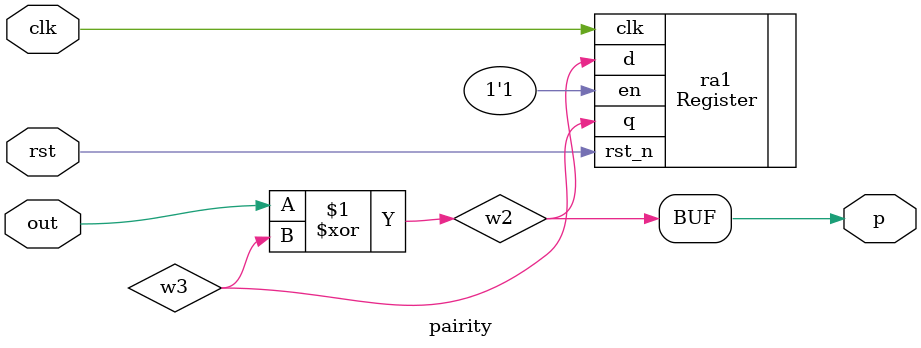
<source format=sv>
`timescale 1ns / 1ps


module pairity(
    input clk,rst,
    input out,
    output logic p
    );
    logic w1,w2,w3;
    
    
//    assign p = (^out);

//    //
//    assign w1 = clk & out;
//    //
//    Register #(1
//    ) raa(
//    .clk(w1),
//    .rst_n(rst),
//    .en(1'b1),
//    .d(~p),
//    .q(p)
//    );
    
    
    
//    //
    
    Register #(1
    ) ra1(
    .clk(clk),
    .rst_n(rst),
    .en(1'b1),
    .d(w2),
    .q(w3)
    );
    
    assign w2 = out ^ w3;
    assign p = w2;
    
//    //
//    assign w3 = out ^ w2;
//    Register #(1
//    ) ra2(
//    .clk(clk),
//    .rst_n(rst),
//    .en(1'b1),
//    .d(w3),
//    .q(w2)
//    );
//    assign p = w2;
//    //
    
endmodule

</source>
